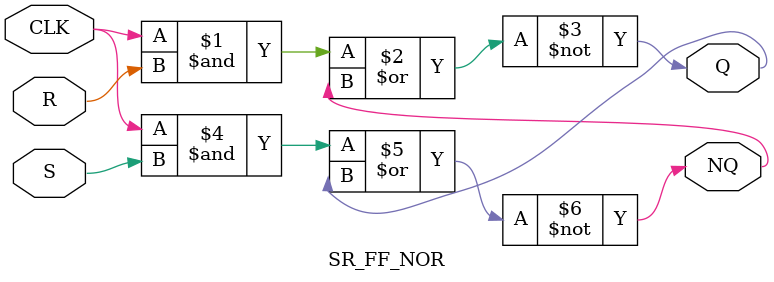
<source format=v>
`timescale 1ns / 1ps

module SR_FF_NOR (R, S, CLK, Q, NQ);
    input R, S, CLK;
    output Q, NQ;

    assign Q = ~((CLK&R)|NQ);
    assign NQ = ~((CLK&S)|Q);
    
endmodule
</source>
